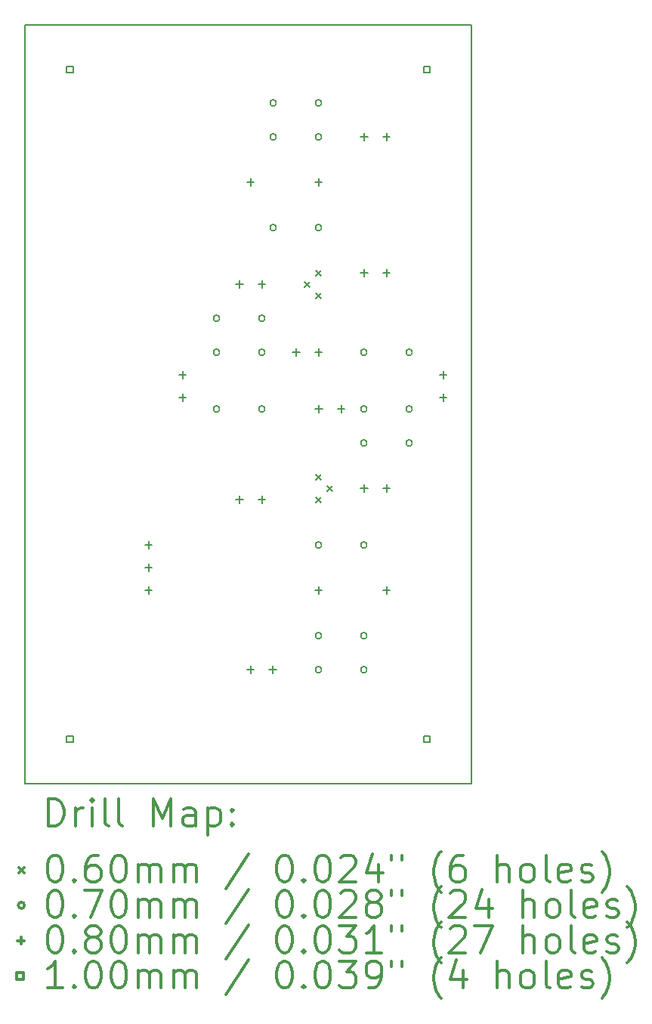
<source format=gbr>
%FSLAX45Y45*%
G04 Gerber Fmt 4.5, Leading zero omitted, Abs format (unit mm)*
G04 Created by KiCad (PCBNEW 4.0.7) date 02/19/18 19:03:54*
%MOMM*%
%LPD*%
G01*
G04 APERTURE LIST*
%ADD10C,0.127000*%
%ADD11C,0.150000*%
%ADD12C,0.200000*%
%ADD13C,0.300000*%
G04 APERTURE END LIST*
D10*
D11*
X7000000Y-15500000D02*
X7000000Y-7000000D01*
X12000000Y-15500000D02*
X7000000Y-15500000D01*
X12000000Y-7000000D02*
X12000000Y-15500000D01*
X7000000Y-7000000D02*
X12000000Y-7000000D01*
D12*
X10130000Y-9876000D02*
X10190000Y-9936000D01*
X10190000Y-9876000D02*
X10130000Y-9936000D01*
X10257000Y-9749000D02*
X10317000Y-9809000D01*
X10317000Y-9749000D02*
X10257000Y-9809000D01*
X10257000Y-10003000D02*
X10317000Y-10063000D01*
X10317000Y-10003000D02*
X10257000Y-10063000D01*
X10257000Y-12035000D02*
X10317000Y-12095000D01*
X10317000Y-12035000D02*
X10257000Y-12095000D01*
X10257000Y-12289000D02*
X10317000Y-12349000D01*
X10317000Y-12289000D02*
X10257000Y-12349000D01*
X10384000Y-12162000D02*
X10444000Y-12222000D01*
X10444000Y-12162000D02*
X10384000Y-12222000D01*
X9179000Y-10287000D02*
G75*
G03X9179000Y-10287000I-35000J0D01*
G01*
X9179000Y-10668000D02*
G75*
G03X9179000Y-10668000I-35000J0D01*
G01*
X9179000Y-11303000D02*
G75*
G03X9179000Y-11303000I-35000J0D01*
G01*
X9687000Y-10287000D02*
G75*
G03X9687000Y-10287000I-35000J0D01*
G01*
X9687000Y-10668000D02*
G75*
G03X9687000Y-10668000I-35000J0D01*
G01*
X9687000Y-11303000D02*
G75*
G03X9687000Y-11303000I-35000J0D01*
G01*
X9814000Y-7874000D02*
G75*
G03X9814000Y-7874000I-35000J0D01*
G01*
X9814000Y-8255000D02*
G75*
G03X9814000Y-8255000I-35000J0D01*
G01*
X9814000Y-9271000D02*
G75*
G03X9814000Y-9271000I-35000J0D01*
G01*
X10322000Y-7874000D02*
G75*
G03X10322000Y-7874000I-35000J0D01*
G01*
X10322000Y-8255000D02*
G75*
G03X10322000Y-8255000I-35000J0D01*
G01*
X10322000Y-9271000D02*
G75*
G03X10322000Y-9271000I-35000J0D01*
G01*
X10322000Y-12827000D02*
G75*
G03X10322000Y-12827000I-35000J0D01*
G01*
X10322000Y-13843000D02*
G75*
G03X10322000Y-13843000I-35000J0D01*
G01*
X10322000Y-14224000D02*
G75*
G03X10322000Y-14224000I-35000J0D01*
G01*
X10830000Y-10668000D02*
G75*
G03X10830000Y-10668000I-35000J0D01*
G01*
X10830000Y-11303000D02*
G75*
G03X10830000Y-11303000I-35000J0D01*
G01*
X10830000Y-11684000D02*
G75*
G03X10830000Y-11684000I-35000J0D01*
G01*
X10830000Y-12827000D02*
G75*
G03X10830000Y-12827000I-35000J0D01*
G01*
X10830000Y-13843000D02*
G75*
G03X10830000Y-13843000I-35000J0D01*
G01*
X10830000Y-14224000D02*
G75*
G03X10830000Y-14224000I-35000J0D01*
G01*
X11338000Y-10668000D02*
G75*
G03X11338000Y-10668000I-35000J0D01*
G01*
X11338000Y-11303000D02*
G75*
G03X11338000Y-11303000I-35000J0D01*
G01*
X11338000Y-11684000D02*
G75*
G03X11338000Y-11684000I-35000J0D01*
G01*
X8382000Y-12787000D02*
X8382000Y-12867000D01*
X8342000Y-12827000D02*
X8422000Y-12827000D01*
X8382000Y-13041000D02*
X8382000Y-13121000D01*
X8342000Y-13081000D02*
X8422000Y-13081000D01*
X8382000Y-13295000D02*
X8382000Y-13375000D01*
X8342000Y-13335000D02*
X8422000Y-13335000D01*
X8763000Y-10882000D02*
X8763000Y-10962000D01*
X8723000Y-10922000D02*
X8803000Y-10922000D01*
X8763000Y-11136000D02*
X8763000Y-11216000D01*
X8723000Y-11176000D02*
X8803000Y-11176000D01*
X9402000Y-9866000D02*
X9402000Y-9946000D01*
X9362000Y-9906000D02*
X9442000Y-9906000D01*
X9402000Y-12279000D02*
X9402000Y-12359000D01*
X9362000Y-12319000D02*
X9442000Y-12319000D01*
X9525000Y-8723000D02*
X9525000Y-8803000D01*
X9485000Y-8763000D02*
X9565000Y-8763000D01*
X9525000Y-14184000D02*
X9525000Y-14264000D01*
X9485000Y-14224000D02*
X9565000Y-14224000D01*
X9652000Y-9866000D02*
X9652000Y-9946000D01*
X9612000Y-9906000D02*
X9692000Y-9906000D01*
X9652000Y-12279000D02*
X9652000Y-12359000D01*
X9612000Y-12319000D02*
X9692000Y-12319000D01*
X9775000Y-14184000D02*
X9775000Y-14264000D01*
X9735000Y-14224000D02*
X9815000Y-14224000D01*
X10037000Y-10628000D02*
X10037000Y-10708000D01*
X9997000Y-10668000D02*
X10077000Y-10668000D01*
X10287000Y-8723000D02*
X10287000Y-8803000D01*
X10247000Y-8763000D02*
X10327000Y-8763000D01*
X10287000Y-10628000D02*
X10287000Y-10708000D01*
X10247000Y-10668000D02*
X10327000Y-10668000D01*
X10287000Y-13295000D02*
X10287000Y-13375000D01*
X10247000Y-13335000D02*
X10327000Y-13335000D01*
X10291000Y-11263000D02*
X10291000Y-11343000D01*
X10251000Y-11303000D02*
X10331000Y-11303000D01*
X10541000Y-11263000D02*
X10541000Y-11343000D01*
X10501000Y-11303000D02*
X10581000Y-11303000D01*
X10799000Y-8215000D02*
X10799000Y-8295000D01*
X10759000Y-8255000D02*
X10839000Y-8255000D01*
X10799000Y-9739000D02*
X10799000Y-9819000D01*
X10759000Y-9779000D02*
X10839000Y-9779000D01*
X10799000Y-12152000D02*
X10799000Y-12232000D01*
X10759000Y-12192000D02*
X10839000Y-12192000D01*
X11049000Y-8215000D02*
X11049000Y-8295000D01*
X11009000Y-8255000D02*
X11089000Y-8255000D01*
X11049000Y-9739000D02*
X11049000Y-9819000D01*
X11009000Y-9779000D02*
X11089000Y-9779000D01*
X11049000Y-12152000D02*
X11049000Y-12232000D01*
X11009000Y-12192000D02*
X11089000Y-12192000D01*
X11049000Y-13295000D02*
X11049000Y-13375000D01*
X11009000Y-13335000D02*
X11089000Y-13335000D01*
X11684000Y-10882000D02*
X11684000Y-10962000D01*
X11644000Y-10922000D02*
X11724000Y-10922000D01*
X11684000Y-11136000D02*
X11684000Y-11216000D01*
X11644000Y-11176000D02*
X11724000Y-11176000D01*
X7535356Y-7535356D02*
X7535356Y-7464644D01*
X7464644Y-7464644D01*
X7464644Y-7535356D01*
X7535356Y-7535356D01*
X7535356Y-15035356D02*
X7535356Y-14964644D01*
X7464644Y-14964644D01*
X7464644Y-15035356D01*
X7535356Y-15035356D01*
X11535356Y-7535356D02*
X11535356Y-7464644D01*
X11464644Y-7464644D01*
X11464644Y-7535356D01*
X11535356Y-7535356D01*
X11535356Y-15035356D02*
X11535356Y-14964644D01*
X11464644Y-14964644D01*
X11464644Y-15035356D01*
X11535356Y-15035356D01*
D13*
X7263928Y-15973214D02*
X7263928Y-15673214D01*
X7335357Y-15673214D01*
X7378214Y-15687500D01*
X7406786Y-15716071D01*
X7421071Y-15744643D01*
X7435357Y-15801786D01*
X7435357Y-15844643D01*
X7421071Y-15901786D01*
X7406786Y-15930357D01*
X7378214Y-15958929D01*
X7335357Y-15973214D01*
X7263928Y-15973214D01*
X7563928Y-15973214D02*
X7563928Y-15773214D01*
X7563928Y-15830357D02*
X7578214Y-15801786D01*
X7592500Y-15787500D01*
X7621071Y-15773214D01*
X7649643Y-15773214D01*
X7749643Y-15973214D02*
X7749643Y-15773214D01*
X7749643Y-15673214D02*
X7735357Y-15687500D01*
X7749643Y-15701786D01*
X7763928Y-15687500D01*
X7749643Y-15673214D01*
X7749643Y-15701786D01*
X7935357Y-15973214D02*
X7906786Y-15958929D01*
X7892500Y-15930357D01*
X7892500Y-15673214D01*
X8092500Y-15973214D02*
X8063928Y-15958929D01*
X8049643Y-15930357D01*
X8049643Y-15673214D01*
X8435357Y-15973214D02*
X8435357Y-15673214D01*
X8535357Y-15887500D01*
X8635357Y-15673214D01*
X8635357Y-15973214D01*
X8906786Y-15973214D02*
X8906786Y-15816071D01*
X8892500Y-15787500D01*
X8863929Y-15773214D01*
X8806786Y-15773214D01*
X8778214Y-15787500D01*
X8906786Y-15958929D02*
X8878214Y-15973214D01*
X8806786Y-15973214D01*
X8778214Y-15958929D01*
X8763929Y-15930357D01*
X8763929Y-15901786D01*
X8778214Y-15873214D01*
X8806786Y-15858929D01*
X8878214Y-15858929D01*
X8906786Y-15844643D01*
X9049643Y-15773214D02*
X9049643Y-16073214D01*
X9049643Y-15787500D02*
X9078214Y-15773214D01*
X9135357Y-15773214D01*
X9163929Y-15787500D01*
X9178214Y-15801786D01*
X9192500Y-15830357D01*
X9192500Y-15916071D01*
X9178214Y-15944643D01*
X9163929Y-15958929D01*
X9135357Y-15973214D01*
X9078214Y-15973214D01*
X9049643Y-15958929D01*
X9321071Y-15944643D02*
X9335357Y-15958929D01*
X9321071Y-15973214D01*
X9306786Y-15958929D01*
X9321071Y-15944643D01*
X9321071Y-15973214D01*
X9321071Y-15787500D02*
X9335357Y-15801786D01*
X9321071Y-15816071D01*
X9306786Y-15801786D01*
X9321071Y-15787500D01*
X9321071Y-15816071D01*
X6932500Y-16437500D02*
X6992500Y-16497500D01*
X6992500Y-16437500D02*
X6932500Y-16497500D01*
X7321071Y-16303214D02*
X7349643Y-16303214D01*
X7378214Y-16317500D01*
X7392500Y-16331786D01*
X7406786Y-16360357D01*
X7421071Y-16417500D01*
X7421071Y-16488929D01*
X7406786Y-16546071D01*
X7392500Y-16574643D01*
X7378214Y-16588929D01*
X7349643Y-16603214D01*
X7321071Y-16603214D01*
X7292500Y-16588929D01*
X7278214Y-16574643D01*
X7263928Y-16546071D01*
X7249643Y-16488929D01*
X7249643Y-16417500D01*
X7263928Y-16360357D01*
X7278214Y-16331786D01*
X7292500Y-16317500D01*
X7321071Y-16303214D01*
X7549643Y-16574643D02*
X7563928Y-16588929D01*
X7549643Y-16603214D01*
X7535357Y-16588929D01*
X7549643Y-16574643D01*
X7549643Y-16603214D01*
X7821071Y-16303214D02*
X7763928Y-16303214D01*
X7735357Y-16317500D01*
X7721071Y-16331786D01*
X7692500Y-16374643D01*
X7678214Y-16431786D01*
X7678214Y-16546071D01*
X7692500Y-16574643D01*
X7706786Y-16588929D01*
X7735357Y-16603214D01*
X7792500Y-16603214D01*
X7821071Y-16588929D01*
X7835357Y-16574643D01*
X7849643Y-16546071D01*
X7849643Y-16474643D01*
X7835357Y-16446071D01*
X7821071Y-16431786D01*
X7792500Y-16417500D01*
X7735357Y-16417500D01*
X7706786Y-16431786D01*
X7692500Y-16446071D01*
X7678214Y-16474643D01*
X8035357Y-16303214D02*
X8063928Y-16303214D01*
X8092500Y-16317500D01*
X8106786Y-16331786D01*
X8121071Y-16360357D01*
X8135357Y-16417500D01*
X8135357Y-16488929D01*
X8121071Y-16546071D01*
X8106786Y-16574643D01*
X8092500Y-16588929D01*
X8063928Y-16603214D01*
X8035357Y-16603214D01*
X8006786Y-16588929D01*
X7992500Y-16574643D01*
X7978214Y-16546071D01*
X7963928Y-16488929D01*
X7963928Y-16417500D01*
X7978214Y-16360357D01*
X7992500Y-16331786D01*
X8006786Y-16317500D01*
X8035357Y-16303214D01*
X8263928Y-16603214D02*
X8263928Y-16403214D01*
X8263928Y-16431786D02*
X8278214Y-16417500D01*
X8306786Y-16403214D01*
X8349643Y-16403214D01*
X8378214Y-16417500D01*
X8392500Y-16446071D01*
X8392500Y-16603214D01*
X8392500Y-16446071D02*
X8406786Y-16417500D01*
X8435357Y-16403214D01*
X8478214Y-16403214D01*
X8506786Y-16417500D01*
X8521071Y-16446071D01*
X8521071Y-16603214D01*
X8663929Y-16603214D02*
X8663929Y-16403214D01*
X8663929Y-16431786D02*
X8678214Y-16417500D01*
X8706786Y-16403214D01*
X8749643Y-16403214D01*
X8778214Y-16417500D01*
X8792500Y-16446071D01*
X8792500Y-16603214D01*
X8792500Y-16446071D02*
X8806786Y-16417500D01*
X8835357Y-16403214D01*
X8878214Y-16403214D01*
X8906786Y-16417500D01*
X8921071Y-16446071D01*
X8921071Y-16603214D01*
X9506786Y-16288929D02*
X9249643Y-16674643D01*
X9892500Y-16303214D02*
X9921071Y-16303214D01*
X9949643Y-16317500D01*
X9963928Y-16331786D01*
X9978214Y-16360357D01*
X9992500Y-16417500D01*
X9992500Y-16488929D01*
X9978214Y-16546071D01*
X9963928Y-16574643D01*
X9949643Y-16588929D01*
X9921071Y-16603214D01*
X9892500Y-16603214D01*
X9863928Y-16588929D01*
X9849643Y-16574643D01*
X9835357Y-16546071D01*
X9821071Y-16488929D01*
X9821071Y-16417500D01*
X9835357Y-16360357D01*
X9849643Y-16331786D01*
X9863928Y-16317500D01*
X9892500Y-16303214D01*
X10121071Y-16574643D02*
X10135357Y-16588929D01*
X10121071Y-16603214D01*
X10106786Y-16588929D01*
X10121071Y-16574643D01*
X10121071Y-16603214D01*
X10321071Y-16303214D02*
X10349643Y-16303214D01*
X10378214Y-16317500D01*
X10392500Y-16331786D01*
X10406786Y-16360357D01*
X10421071Y-16417500D01*
X10421071Y-16488929D01*
X10406786Y-16546071D01*
X10392500Y-16574643D01*
X10378214Y-16588929D01*
X10349643Y-16603214D01*
X10321071Y-16603214D01*
X10292500Y-16588929D01*
X10278214Y-16574643D01*
X10263928Y-16546071D01*
X10249643Y-16488929D01*
X10249643Y-16417500D01*
X10263928Y-16360357D01*
X10278214Y-16331786D01*
X10292500Y-16317500D01*
X10321071Y-16303214D01*
X10535357Y-16331786D02*
X10549643Y-16317500D01*
X10578214Y-16303214D01*
X10649643Y-16303214D01*
X10678214Y-16317500D01*
X10692500Y-16331786D01*
X10706786Y-16360357D01*
X10706786Y-16388929D01*
X10692500Y-16431786D01*
X10521071Y-16603214D01*
X10706786Y-16603214D01*
X10963928Y-16403214D02*
X10963928Y-16603214D01*
X10892500Y-16288929D02*
X10821071Y-16503214D01*
X11006786Y-16503214D01*
X11106786Y-16303214D02*
X11106786Y-16360357D01*
X11221071Y-16303214D02*
X11221071Y-16360357D01*
X11663928Y-16717500D02*
X11649643Y-16703214D01*
X11621071Y-16660357D01*
X11606785Y-16631786D01*
X11592500Y-16588929D01*
X11578214Y-16517500D01*
X11578214Y-16460357D01*
X11592500Y-16388929D01*
X11606785Y-16346071D01*
X11621071Y-16317500D01*
X11649643Y-16274643D01*
X11663928Y-16260357D01*
X11906785Y-16303214D02*
X11849643Y-16303214D01*
X11821071Y-16317500D01*
X11806785Y-16331786D01*
X11778214Y-16374643D01*
X11763928Y-16431786D01*
X11763928Y-16546071D01*
X11778214Y-16574643D01*
X11792500Y-16588929D01*
X11821071Y-16603214D01*
X11878214Y-16603214D01*
X11906785Y-16588929D01*
X11921071Y-16574643D01*
X11935357Y-16546071D01*
X11935357Y-16474643D01*
X11921071Y-16446071D01*
X11906785Y-16431786D01*
X11878214Y-16417500D01*
X11821071Y-16417500D01*
X11792500Y-16431786D01*
X11778214Y-16446071D01*
X11763928Y-16474643D01*
X12292500Y-16603214D02*
X12292500Y-16303214D01*
X12421071Y-16603214D02*
X12421071Y-16446071D01*
X12406785Y-16417500D01*
X12378214Y-16403214D01*
X12335357Y-16403214D01*
X12306785Y-16417500D01*
X12292500Y-16431786D01*
X12606785Y-16603214D02*
X12578214Y-16588929D01*
X12563928Y-16574643D01*
X12549643Y-16546071D01*
X12549643Y-16460357D01*
X12563928Y-16431786D01*
X12578214Y-16417500D01*
X12606785Y-16403214D01*
X12649643Y-16403214D01*
X12678214Y-16417500D01*
X12692500Y-16431786D01*
X12706785Y-16460357D01*
X12706785Y-16546071D01*
X12692500Y-16574643D01*
X12678214Y-16588929D01*
X12649643Y-16603214D01*
X12606785Y-16603214D01*
X12878214Y-16603214D02*
X12849643Y-16588929D01*
X12835357Y-16560357D01*
X12835357Y-16303214D01*
X13106786Y-16588929D02*
X13078214Y-16603214D01*
X13021071Y-16603214D01*
X12992500Y-16588929D01*
X12978214Y-16560357D01*
X12978214Y-16446071D01*
X12992500Y-16417500D01*
X13021071Y-16403214D01*
X13078214Y-16403214D01*
X13106786Y-16417500D01*
X13121071Y-16446071D01*
X13121071Y-16474643D01*
X12978214Y-16503214D01*
X13235357Y-16588929D02*
X13263928Y-16603214D01*
X13321071Y-16603214D01*
X13349643Y-16588929D01*
X13363928Y-16560357D01*
X13363928Y-16546071D01*
X13349643Y-16517500D01*
X13321071Y-16503214D01*
X13278214Y-16503214D01*
X13249643Y-16488929D01*
X13235357Y-16460357D01*
X13235357Y-16446071D01*
X13249643Y-16417500D01*
X13278214Y-16403214D01*
X13321071Y-16403214D01*
X13349643Y-16417500D01*
X13463928Y-16717500D02*
X13478214Y-16703214D01*
X13506786Y-16660357D01*
X13521071Y-16631786D01*
X13535357Y-16588929D01*
X13549643Y-16517500D01*
X13549643Y-16460357D01*
X13535357Y-16388929D01*
X13521071Y-16346071D01*
X13506786Y-16317500D01*
X13478214Y-16274643D01*
X13463928Y-16260357D01*
X6992500Y-16863500D02*
G75*
G03X6992500Y-16863500I-35000J0D01*
G01*
X7321071Y-16699214D02*
X7349643Y-16699214D01*
X7378214Y-16713500D01*
X7392500Y-16727786D01*
X7406786Y-16756357D01*
X7421071Y-16813500D01*
X7421071Y-16884929D01*
X7406786Y-16942072D01*
X7392500Y-16970643D01*
X7378214Y-16984929D01*
X7349643Y-16999214D01*
X7321071Y-16999214D01*
X7292500Y-16984929D01*
X7278214Y-16970643D01*
X7263928Y-16942072D01*
X7249643Y-16884929D01*
X7249643Y-16813500D01*
X7263928Y-16756357D01*
X7278214Y-16727786D01*
X7292500Y-16713500D01*
X7321071Y-16699214D01*
X7549643Y-16970643D02*
X7563928Y-16984929D01*
X7549643Y-16999214D01*
X7535357Y-16984929D01*
X7549643Y-16970643D01*
X7549643Y-16999214D01*
X7663928Y-16699214D02*
X7863928Y-16699214D01*
X7735357Y-16999214D01*
X8035357Y-16699214D02*
X8063928Y-16699214D01*
X8092500Y-16713500D01*
X8106786Y-16727786D01*
X8121071Y-16756357D01*
X8135357Y-16813500D01*
X8135357Y-16884929D01*
X8121071Y-16942072D01*
X8106786Y-16970643D01*
X8092500Y-16984929D01*
X8063928Y-16999214D01*
X8035357Y-16999214D01*
X8006786Y-16984929D01*
X7992500Y-16970643D01*
X7978214Y-16942072D01*
X7963928Y-16884929D01*
X7963928Y-16813500D01*
X7978214Y-16756357D01*
X7992500Y-16727786D01*
X8006786Y-16713500D01*
X8035357Y-16699214D01*
X8263928Y-16999214D02*
X8263928Y-16799214D01*
X8263928Y-16827786D02*
X8278214Y-16813500D01*
X8306786Y-16799214D01*
X8349643Y-16799214D01*
X8378214Y-16813500D01*
X8392500Y-16842072D01*
X8392500Y-16999214D01*
X8392500Y-16842072D02*
X8406786Y-16813500D01*
X8435357Y-16799214D01*
X8478214Y-16799214D01*
X8506786Y-16813500D01*
X8521071Y-16842072D01*
X8521071Y-16999214D01*
X8663929Y-16999214D02*
X8663929Y-16799214D01*
X8663929Y-16827786D02*
X8678214Y-16813500D01*
X8706786Y-16799214D01*
X8749643Y-16799214D01*
X8778214Y-16813500D01*
X8792500Y-16842072D01*
X8792500Y-16999214D01*
X8792500Y-16842072D02*
X8806786Y-16813500D01*
X8835357Y-16799214D01*
X8878214Y-16799214D01*
X8906786Y-16813500D01*
X8921071Y-16842072D01*
X8921071Y-16999214D01*
X9506786Y-16684929D02*
X9249643Y-17070643D01*
X9892500Y-16699214D02*
X9921071Y-16699214D01*
X9949643Y-16713500D01*
X9963928Y-16727786D01*
X9978214Y-16756357D01*
X9992500Y-16813500D01*
X9992500Y-16884929D01*
X9978214Y-16942072D01*
X9963928Y-16970643D01*
X9949643Y-16984929D01*
X9921071Y-16999214D01*
X9892500Y-16999214D01*
X9863928Y-16984929D01*
X9849643Y-16970643D01*
X9835357Y-16942072D01*
X9821071Y-16884929D01*
X9821071Y-16813500D01*
X9835357Y-16756357D01*
X9849643Y-16727786D01*
X9863928Y-16713500D01*
X9892500Y-16699214D01*
X10121071Y-16970643D02*
X10135357Y-16984929D01*
X10121071Y-16999214D01*
X10106786Y-16984929D01*
X10121071Y-16970643D01*
X10121071Y-16999214D01*
X10321071Y-16699214D02*
X10349643Y-16699214D01*
X10378214Y-16713500D01*
X10392500Y-16727786D01*
X10406786Y-16756357D01*
X10421071Y-16813500D01*
X10421071Y-16884929D01*
X10406786Y-16942072D01*
X10392500Y-16970643D01*
X10378214Y-16984929D01*
X10349643Y-16999214D01*
X10321071Y-16999214D01*
X10292500Y-16984929D01*
X10278214Y-16970643D01*
X10263928Y-16942072D01*
X10249643Y-16884929D01*
X10249643Y-16813500D01*
X10263928Y-16756357D01*
X10278214Y-16727786D01*
X10292500Y-16713500D01*
X10321071Y-16699214D01*
X10535357Y-16727786D02*
X10549643Y-16713500D01*
X10578214Y-16699214D01*
X10649643Y-16699214D01*
X10678214Y-16713500D01*
X10692500Y-16727786D01*
X10706786Y-16756357D01*
X10706786Y-16784929D01*
X10692500Y-16827786D01*
X10521071Y-16999214D01*
X10706786Y-16999214D01*
X10878214Y-16827786D02*
X10849643Y-16813500D01*
X10835357Y-16799214D01*
X10821071Y-16770643D01*
X10821071Y-16756357D01*
X10835357Y-16727786D01*
X10849643Y-16713500D01*
X10878214Y-16699214D01*
X10935357Y-16699214D01*
X10963928Y-16713500D01*
X10978214Y-16727786D01*
X10992500Y-16756357D01*
X10992500Y-16770643D01*
X10978214Y-16799214D01*
X10963928Y-16813500D01*
X10935357Y-16827786D01*
X10878214Y-16827786D01*
X10849643Y-16842072D01*
X10835357Y-16856357D01*
X10821071Y-16884929D01*
X10821071Y-16942072D01*
X10835357Y-16970643D01*
X10849643Y-16984929D01*
X10878214Y-16999214D01*
X10935357Y-16999214D01*
X10963928Y-16984929D01*
X10978214Y-16970643D01*
X10992500Y-16942072D01*
X10992500Y-16884929D01*
X10978214Y-16856357D01*
X10963928Y-16842072D01*
X10935357Y-16827786D01*
X11106786Y-16699214D02*
X11106786Y-16756357D01*
X11221071Y-16699214D02*
X11221071Y-16756357D01*
X11663928Y-17113500D02*
X11649643Y-17099214D01*
X11621071Y-17056357D01*
X11606785Y-17027786D01*
X11592500Y-16984929D01*
X11578214Y-16913500D01*
X11578214Y-16856357D01*
X11592500Y-16784929D01*
X11606785Y-16742071D01*
X11621071Y-16713500D01*
X11649643Y-16670643D01*
X11663928Y-16656357D01*
X11763928Y-16727786D02*
X11778214Y-16713500D01*
X11806785Y-16699214D01*
X11878214Y-16699214D01*
X11906785Y-16713500D01*
X11921071Y-16727786D01*
X11935357Y-16756357D01*
X11935357Y-16784929D01*
X11921071Y-16827786D01*
X11749643Y-16999214D01*
X11935357Y-16999214D01*
X12192500Y-16799214D02*
X12192500Y-16999214D01*
X12121071Y-16684929D02*
X12049643Y-16899214D01*
X12235357Y-16899214D01*
X12578214Y-16999214D02*
X12578214Y-16699214D01*
X12706785Y-16999214D02*
X12706785Y-16842072D01*
X12692500Y-16813500D01*
X12663928Y-16799214D01*
X12621071Y-16799214D01*
X12592500Y-16813500D01*
X12578214Y-16827786D01*
X12892500Y-16999214D02*
X12863928Y-16984929D01*
X12849643Y-16970643D01*
X12835357Y-16942072D01*
X12835357Y-16856357D01*
X12849643Y-16827786D01*
X12863928Y-16813500D01*
X12892500Y-16799214D01*
X12935357Y-16799214D01*
X12963928Y-16813500D01*
X12978214Y-16827786D01*
X12992500Y-16856357D01*
X12992500Y-16942072D01*
X12978214Y-16970643D01*
X12963928Y-16984929D01*
X12935357Y-16999214D01*
X12892500Y-16999214D01*
X13163928Y-16999214D02*
X13135357Y-16984929D01*
X13121071Y-16956357D01*
X13121071Y-16699214D01*
X13392500Y-16984929D02*
X13363928Y-16999214D01*
X13306786Y-16999214D01*
X13278214Y-16984929D01*
X13263928Y-16956357D01*
X13263928Y-16842072D01*
X13278214Y-16813500D01*
X13306786Y-16799214D01*
X13363928Y-16799214D01*
X13392500Y-16813500D01*
X13406786Y-16842072D01*
X13406786Y-16870643D01*
X13263928Y-16899214D01*
X13521071Y-16984929D02*
X13549643Y-16999214D01*
X13606786Y-16999214D01*
X13635357Y-16984929D01*
X13649643Y-16956357D01*
X13649643Y-16942072D01*
X13635357Y-16913500D01*
X13606786Y-16899214D01*
X13563928Y-16899214D01*
X13535357Y-16884929D01*
X13521071Y-16856357D01*
X13521071Y-16842072D01*
X13535357Y-16813500D01*
X13563928Y-16799214D01*
X13606786Y-16799214D01*
X13635357Y-16813500D01*
X13749643Y-17113500D02*
X13763928Y-17099214D01*
X13792500Y-17056357D01*
X13806786Y-17027786D01*
X13821071Y-16984929D01*
X13835357Y-16913500D01*
X13835357Y-16856357D01*
X13821071Y-16784929D01*
X13806786Y-16742071D01*
X13792500Y-16713500D01*
X13763928Y-16670643D01*
X13749643Y-16656357D01*
X6952500Y-17219500D02*
X6952500Y-17299500D01*
X6912500Y-17259500D02*
X6992500Y-17259500D01*
X7321071Y-17095214D02*
X7349643Y-17095214D01*
X7378214Y-17109500D01*
X7392500Y-17123786D01*
X7406786Y-17152357D01*
X7421071Y-17209500D01*
X7421071Y-17280929D01*
X7406786Y-17338072D01*
X7392500Y-17366643D01*
X7378214Y-17380929D01*
X7349643Y-17395214D01*
X7321071Y-17395214D01*
X7292500Y-17380929D01*
X7278214Y-17366643D01*
X7263928Y-17338072D01*
X7249643Y-17280929D01*
X7249643Y-17209500D01*
X7263928Y-17152357D01*
X7278214Y-17123786D01*
X7292500Y-17109500D01*
X7321071Y-17095214D01*
X7549643Y-17366643D02*
X7563928Y-17380929D01*
X7549643Y-17395214D01*
X7535357Y-17380929D01*
X7549643Y-17366643D01*
X7549643Y-17395214D01*
X7735357Y-17223786D02*
X7706786Y-17209500D01*
X7692500Y-17195214D01*
X7678214Y-17166643D01*
X7678214Y-17152357D01*
X7692500Y-17123786D01*
X7706786Y-17109500D01*
X7735357Y-17095214D01*
X7792500Y-17095214D01*
X7821071Y-17109500D01*
X7835357Y-17123786D01*
X7849643Y-17152357D01*
X7849643Y-17166643D01*
X7835357Y-17195214D01*
X7821071Y-17209500D01*
X7792500Y-17223786D01*
X7735357Y-17223786D01*
X7706786Y-17238072D01*
X7692500Y-17252357D01*
X7678214Y-17280929D01*
X7678214Y-17338072D01*
X7692500Y-17366643D01*
X7706786Y-17380929D01*
X7735357Y-17395214D01*
X7792500Y-17395214D01*
X7821071Y-17380929D01*
X7835357Y-17366643D01*
X7849643Y-17338072D01*
X7849643Y-17280929D01*
X7835357Y-17252357D01*
X7821071Y-17238072D01*
X7792500Y-17223786D01*
X8035357Y-17095214D02*
X8063928Y-17095214D01*
X8092500Y-17109500D01*
X8106786Y-17123786D01*
X8121071Y-17152357D01*
X8135357Y-17209500D01*
X8135357Y-17280929D01*
X8121071Y-17338072D01*
X8106786Y-17366643D01*
X8092500Y-17380929D01*
X8063928Y-17395214D01*
X8035357Y-17395214D01*
X8006786Y-17380929D01*
X7992500Y-17366643D01*
X7978214Y-17338072D01*
X7963928Y-17280929D01*
X7963928Y-17209500D01*
X7978214Y-17152357D01*
X7992500Y-17123786D01*
X8006786Y-17109500D01*
X8035357Y-17095214D01*
X8263928Y-17395214D02*
X8263928Y-17195214D01*
X8263928Y-17223786D02*
X8278214Y-17209500D01*
X8306786Y-17195214D01*
X8349643Y-17195214D01*
X8378214Y-17209500D01*
X8392500Y-17238072D01*
X8392500Y-17395214D01*
X8392500Y-17238072D02*
X8406786Y-17209500D01*
X8435357Y-17195214D01*
X8478214Y-17195214D01*
X8506786Y-17209500D01*
X8521071Y-17238072D01*
X8521071Y-17395214D01*
X8663929Y-17395214D02*
X8663929Y-17195214D01*
X8663929Y-17223786D02*
X8678214Y-17209500D01*
X8706786Y-17195214D01*
X8749643Y-17195214D01*
X8778214Y-17209500D01*
X8792500Y-17238072D01*
X8792500Y-17395214D01*
X8792500Y-17238072D02*
X8806786Y-17209500D01*
X8835357Y-17195214D01*
X8878214Y-17195214D01*
X8906786Y-17209500D01*
X8921071Y-17238072D01*
X8921071Y-17395214D01*
X9506786Y-17080929D02*
X9249643Y-17466643D01*
X9892500Y-17095214D02*
X9921071Y-17095214D01*
X9949643Y-17109500D01*
X9963928Y-17123786D01*
X9978214Y-17152357D01*
X9992500Y-17209500D01*
X9992500Y-17280929D01*
X9978214Y-17338072D01*
X9963928Y-17366643D01*
X9949643Y-17380929D01*
X9921071Y-17395214D01*
X9892500Y-17395214D01*
X9863928Y-17380929D01*
X9849643Y-17366643D01*
X9835357Y-17338072D01*
X9821071Y-17280929D01*
X9821071Y-17209500D01*
X9835357Y-17152357D01*
X9849643Y-17123786D01*
X9863928Y-17109500D01*
X9892500Y-17095214D01*
X10121071Y-17366643D02*
X10135357Y-17380929D01*
X10121071Y-17395214D01*
X10106786Y-17380929D01*
X10121071Y-17366643D01*
X10121071Y-17395214D01*
X10321071Y-17095214D02*
X10349643Y-17095214D01*
X10378214Y-17109500D01*
X10392500Y-17123786D01*
X10406786Y-17152357D01*
X10421071Y-17209500D01*
X10421071Y-17280929D01*
X10406786Y-17338072D01*
X10392500Y-17366643D01*
X10378214Y-17380929D01*
X10349643Y-17395214D01*
X10321071Y-17395214D01*
X10292500Y-17380929D01*
X10278214Y-17366643D01*
X10263928Y-17338072D01*
X10249643Y-17280929D01*
X10249643Y-17209500D01*
X10263928Y-17152357D01*
X10278214Y-17123786D01*
X10292500Y-17109500D01*
X10321071Y-17095214D01*
X10521071Y-17095214D02*
X10706786Y-17095214D01*
X10606786Y-17209500D01*
X10649643Y-17209500D01*
X10678214Y-17223786D01*
X10692500Y-17238072D01*
X10706786Y-17266643D01*
X10706786Y-17338072D01*
X10692500Y-17366643D01*
X10678214Y-17380929D01*
X10649643Y-17395214D01*
X10563928Y-17395214D01*
X10535357Y-17380929D01*
X10521071Y-17366643D01*
X10992500Y-17395214D02*
X10821071Y-17395214D01*
X10906786Y-17395214D02*
X10906786Y-17095214D01*
X10878214Y-17138072D01*
X10849643Y-17166643D01*
X10821071Y-17180929D01*
X11106786Y-17095214D02*
X11106786Y-17152357D01*
X11221071Y-17095214D02*
X11221071Y-17152357D01*
X11663928Y-17509500D02*
X11649643Y-17495214D01*
X11621071Y-17452357D01*
X11606785Y-17423786D01*
X11592500Y-17380929D01*
X11578214Y-17309500D01*
X11578214Y-17252357D01*
X11592500Y-17180929D01*
X11606785Y-17138072D01*
X11621071Y-17109500D01*
X11649643Y-17066643D01*
X11663928Y-17052357D01*
X11763928Y-17123786D02*
X11778214Y-17109500D01*
X11806785Y-17095214D01*
X11878214Y-17095214D01*
X11906785Y-17109500D01*
X11921071Y-17123786D01*
X11935357Y-17152357D01*
X11935357Y-17180929D01*
X11921071Y-17223786D01*
X11749643Y-17395214D01*
X11935357Y-17395214D01*
X12035357Y-17095214D02*
X12235357Y-17095214D01*
X12106785Y-17395214D01*
X12578214Y-17395214D02*
X12578214Y-17095214D01*
X12706785Y-17395214D02*
X12706785Y-17238072D01*
X12692500Y-17209500D01*
X12663928Y-17195214D01*
X12621071Y-17195214D01*
X12592500Y-17209500D01*
X12578214Y-17223786D01*
X12892500Y-17395214D02*
X12863928Y-17380929D01*
X12849643Y-17366643D01*
X12835357Y-17338072D01*
X12835357Y-17252357D01*
X12849643Y-17223786D01*
X12863928Y-17209500D01*
X12892500Y-17195214D01*
X12935357Y-17195214D01*
X12963928Y-17209500D01*
X12978214Y-17223786D01*
X12992500Y-17252357D01*
X12992500Y-17338072D01*
X12978214Y-17366643D01*
X12963928Y-17380929D01*
X12935357Y-17395214D01*
X12892500Y-17395214D01*
X13163928Y-17395214D02*
X13135357Y-17380929D01*
X13121071Y-17352357D01*
X13121071Y-17095214D01*
X13392500Y-17380929D02*
X13363928Y-17395214D01*
X13306786Y-17395214D01*
X13278214Y-17380929D01*
X13263928Y-17352357D01*
X13263928Y-17238072D01*
X13278214Y-17209500D01*
X13306786Y-17195214D01*
X13363928Y-17195214D01*
X13392500Y-17209500D01*
X13406786Y-17238072D01*
X13406786Y-17266643D01*
X13263928Y-17295214D01*
X13521071Y-17380929D02*
X13549643Y-17395214D01*
X13606786Y-17395214D01*
X13635357Y-17380929D01*
X13649643Y-17352357D01*
X13649643Y-17338072D01*
X13635357Y-17309500D01*
X13606786Y-17295214D01*
X13563928Y-17295214D01*
X13535357Y-17280929D01*
X13521071Y-17252357D01*
X13521071Y-17238072D01*
X13535357Y-17209500D01*
X13563928Y-17195214D01*
X13606786Y-17195214D01*
X13635357Y-17209500D01*
X13749643Y-17509500D02*
X13763928Y-17495214D01*
X13792500Y-17452357D01*
X13806786Y-17423786D01*
X13821071Y-17380929D01*
X13835357Y-17309500D01*
X13835357Y-17252357D01*
X13821071Y-17180929D01*
X13806786Y-17138072D01*
X13792500Y-17109500D01*
X13763928Y-17066643D01*
X13749643Y-17052357D01*
X6977856Y-17690856D02*
X6977856Y-17620144D01*
X6907144Y-17620144D01*
X6907144Y-17690856D01*
X6977856Y-17690856D01*
X7421071Y-17791214D02*
X7249643Y-17791214D01*
X7335357Y-17791214D02*
X7335357Y-17491214D01*
X7306786Y-17534072D01*
X7278214Y-17562643D01*
X7249643Y-17576929D01*
X7549643Y-17762643D02*
X7563928Y-17776929D01*
X7549643Y-17791214D01*
X7535357Y-17776929D01*
X7549643Y-17762643D01*
X7549643Y-17791214D01*
X7749643Y-17491214D02*
X7778214Y-17491214D01*
X7806786Y-17505500D01*
X7821071Y-17519786D01*
X7835357Y-17548357D01*
X7849643Y-17605500D01*
X7849643Y-17676929D01*
X7835357Y-17734072D01*
X7821071Y-17762643D01*
X7806786Y-17776929D01*
X7778214Y-17791214D01*
X7749643Y-17791214D01*
X7721071Y-17776929D01*
X7706786Y-17762643D01*
X7692500Y-17734072D01*
X7678214Y-17676929D01*
X7678214Y-17605500D01*
X7692500Y-17548357D01*
X7706786Y-17519786D01*
X7721071Y-17505500D01*
X7749643Y-17491214D01*
X8035357Y-17491214D02*
X8063928Y-17491214D01*
X8092500Y-17505500D01*
X8106786Y-17519786D01*
X8121071Y-17548357D01*
X8135357Y-17605500D01*
X8135357Y-17676929D01*
X8121071Y-17734072D01*
X8106786Y-17762643D01*
X8092500Y-17776929D01*
X8063928Y-17791214D01*
X8035357Y-17791214D01*
X8006786Y-17776929D01*
X7992500Y-17762643D01*
X7978214Y-17734072D01*
X7963928Y-17676929D01*
X7963928Y-17605500D01*
X7978214Y-17548357D01*
X7992500Y-17519786D01*
X8006786Y-17505500D01*
X8035357Y-17491214D01*
X8263928Y-17791214D02*
X8263928Y-17591214D01*
X8263928Y-17619786D02*
X8278214Y-17605500D01*
X8306786Y-17591214D01*
X8349643Y-17591214D01*
X8378214Y-17605500D01*
X8392500Y-17634072D01*
X8392500Y-17791214D01*
X8392500Y-17634072D02*
X8406786Y-17605500D01*
X8435357Y-17591214D01*
X8478214Y-17591214D01*
X8506786Y-17605500D01*
X8521071Y-17634072D01*
X8521071Y-17791214D01*
X8663929Y-17791214D02*
X8663929Y-17591214D01*
X8663929Y-17619786D02*
X8678214Y-17605500D01*
X8706786Y-17591214D01*
X8749643Y-17591214D01*
X8778214Y-17605500D01*
X8792500Y-17634072D01*
X8792500Y-17791214D01*
X8792500Y-17634072D02*
X8806786Y-17605500D01*
X8835357Y-17591214D01*
X8878214Y-17591214D01*
X8906786Y-17605500D01*
X8921071Y-17634072D01*
X8921071Y-17791214D01*
X9506786Y-17476929D02*
X9249643Y-17862643D01*
X9892500Y-17491214D02*
X9921071Y-17491214D01*
X9949643Y-17505500D01*
X9963928Y-17519786D01*
X9978214Y-17548357D01*
X9992500Y-17605500D01*
X9992500Y-17676929D01*
X9978214Y-17734072D01*
X9963928Y-17762643D01*
X9949643Y-17776929D01*
X9921071Y-17791214D01*
X9892500Y-17791214D01*
X9863928Y-17776929D01*
X9849643Y-17762643D01*
X9835357Y-17734072D01*
X9821071Y-17676929D01*
X9821071Y-17605500D01*
X9835357Y-17548357D01*
X9849643Y-17519786D01*
X9863928Y-17505500D01*
X9892500Y-17491214D01*
X10121071Y-17762643D02*
X10135357Y-17776929D01*
X10121071Y-17791214D01*
X10106786Y-17776929D01*
X10121071Y-17762643D01*
X10121071Y-17791214D01*
X10321071Y-17491214D02*
X10349643Y-17491214D01*
X10378214Y-17505500D01*
X10392500Y-17519786D01*
X10406786Y-17548357D01*
X10421071Y-17605500D01*
X10421071Y-17676929D01*
X10406786Y-17734072D01*
X10392500Y-17762643D01*
X10378214Y-17776929D01*
X10349643Y-17791214D01*
X10321071Y-17791214D01*
X10292500Y-17776929D01*
X10278214Y-17762643D01*
X10263928Y-17734072D01*
X10249643Y-17676929D01*
X10249643Y-17605500D01*
X10263928Y-17548357D01*
X10278214Y-17519786D01*
X10292500Y-17505500D01*
X10321071Y-17491214D01*
X10521071Y-17491214D02*
X10706786Y-17491214D01*
X10606786Y-17605500D01*
X10649643Y-17605500D01*
X10678214Y-17619786D01*
X10692500Y-17634072D01*
X10706786Y-17662643D01*
X10706786Y-17734072D01*
X10692500Y-17762643D01*
X10678214Y-17776929D01*
X10649643Y-17791214D01*
X10563928Y-17791214D01*
X10535357Y-17776929D01*
X10521071Y-17762643D01*
X10849643Y-17791214D02*
X10906786Y-17791214D01*
X10935357Y-17776929D01*
X10949643Y-17762643D01*
X10978214Y-17719786D01*
X10992500Y-17662643D01*
X10992500Y-17548357D01*
X10978214Y-17519786D01*
X10963928Y-17505500D01*
X10935357Y-17491214D01*
X10878214Y-17491214D01*
X10849643Y-17505500D01*
X10835357Y-17519786D01*
X10821071Y-17548357D01*
X10821071Y-17619786D01*
X10835357Y-17648357D01*
X10849643Y-17662643D01*
X10878214Y-17676929D01*
X10935357Y-17676929D01*
X10963928Y-17662643D01*
X10978214Y-17648357D01*
X10992500Y-17619786D01*
X11106786Y-17491214D02*
X11106786Y-17548357D01*
X11221071Y-17491214D02*
X11221071Y-17548357D01*
X11663928Y-17905500D02*
X11649643Y-17891214D01*
X11621071Y-17848357D01*
X11606785Y-17819786D01*
X11592500Y-17776929D01*
X11578214Y-17705500D01*
X11578214Y-17648357D01*
X11592500Y-17576929D01*
X11606785Y-17534072D01*
X11621071Y-17505500D01*
X11649643Y-17462643D01*
X11663928Y-17448357D01*
X11906785Y-17591214D02*
X11906785Y-17791214D01*
X11835357Y-17476929D02*
X11763928Y-17691214D01*
X11949643Y-17691214D01*
X12292500Y-17791214D02*
X12292500Y-17491214D01*
X12421071Y-17791214D02*
X12421071Y-17634072D01*
X12406785Y-17605500D01*
X12378214Y-17591214D01*
X12335357Y-17591214D01*
X12306785Y-17605500D01*
X12292500Y-17619786D01*
X12606785Y-17791214D02*
X12578214Y-17776929D01*
X12563928Y-17762643D01*
X12549643Y-17734072D01*
X12549643Y-17648357D01*
X12563928Y-17619786D01*
X12578214Y-17605500D01*
X12606785Y-17591214D01*
X12649643Y-17591214D01*
X12678214Y-17605500D01*
X12692500Y-17619786D01*
X12706785Y-17648357D01*
X12706785Y-17734072D01*
X12692500Y-17762643D01*
X12678214Y-17776929D01*
X12649643Y-17791214D01*
X12606785Y-17791214D01*
X12878214Y-17791214D02*
X12849643Y-17776929D01*
X12835357Y-17748357D01*
X12835357Y-17491214D01*
X13106786Y-17776929D02*
X13078214Y-17791214D01*
X13021071Y-17791214D01*
X12992500Y-17776929D01*
X12978214Y-17748357D01*
X12978214Y-17634072D01*
X12992500Y-17605500D01*
X13021071Y-17591214D01*
X13078214Y-17591214D01*
X13106786Y-17605500D01*
X13121071Y-17634072D01*
X13121071Y-17662643D01*
X12978214Y-17691214D01*
X13235357Y-17776929D02*
X13263928Y-17791214D01*
X13321071Y-17791214D01*
X13349643Y-17776929D01*
X13363928Y-17748357D01*
X13363928Y-17734072D01*
X13349643Y-17705500D01*
X13321071Y-17691214D01*
X13278214Y-17691214D01*
X13249643Y-17676929D01*
X13235357Y-17648357D01*
X13235357Y-17634072D01*
X13249643Y-17605500D01*
X13278214Y-17591214D01*
X13321071Y-17591214D01*
X13349643Y-17605500D01*
X13463928Y-17905500D02*
X13478214Y-17891214D01*
X13506786Y-17848357D01*
X13521071Y-17819786D01*
X13535357Y-17776929D01*
X13549643Y-17705500D01*
X13549643Y-17648357D01*
X13535357Y-17576929D01*
X13521071Y-17534072D01*
X13506786Y-17505500D01*
X13478214Y-17462643D01*
X13463928Y-17448357D01*
M02*

</source>
